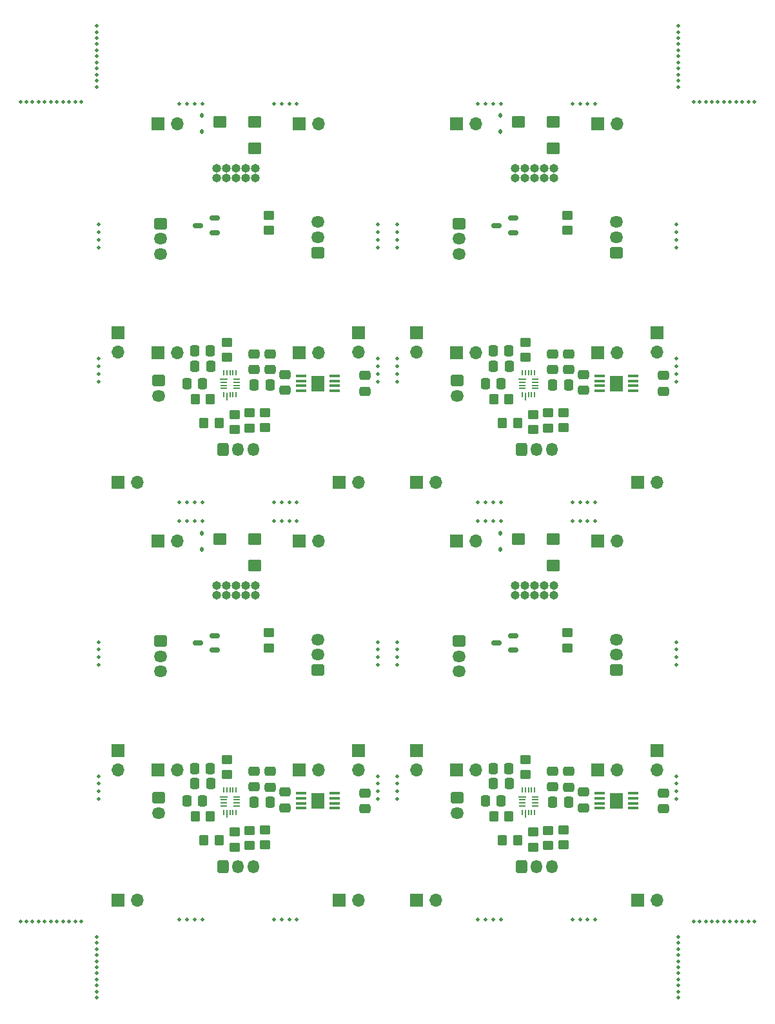
<source format=gbr>
%TF.GenerationSoftware,KiCad,Pcbnew,9.0.1*%
%TF.CreationDate,2025-05-14T16:36:13-05:00*%
%TF.ProjectId,Bottom_layer_Panel,426f7474-6f6d-45f6-9c61-7965725f5061,rev?*%
%TF.SameCoordinates,PX5fa74e0PY8cc3280*%
%TF.FileFunction,Soldermask,Top*%
%TF.FilePolarity,Negative*%
%FSLAX46Y46*%
G04 Gerber Fmt 4.6, Leading zero omitted, Abs format (unit mm)*
G04 Created by KiCad (PCBNEW 9.0.1) date 2025-05-14 16:36:13*
%MOMM*%
%LPD*%
G01*
G04 APERTURE LIST*
G04 Aperture macros list*
%AMRoundRect*
0 Rectangle with rounded corners*
0 $1 Rounding radius*
0 $2 $3 $4 $5 $6 $7 $8 $9 X,Y pos of 4 corners*
0 Add a 4 corners polygon primitive as box body*
4,1,4,$2,$3,$4,$5,$6,$7,$8,$9,$2,$3,0*
0 Add four circle primitives for the rounded corners*
1,1,$1+$1,$2,$3*
1,1,$1+$1,$4,$5*
1,1,$1+$1,$6,$7*
1,1,$1+$1,$8,$9*
0 Add four rect primitives between the rounded corners*
20,1,$1+$1,$2,$3,$4,$5,0*
20,1,$1+$1,$4,$5,$6,$7,0*
20,1,$1+$1,$6,$7,$8,$9,0*
20,1,$1+$1,$8,$9,$2,$3,0*%
G04 Aperture macros list end*
%ADD10C,0.500000*%
%ADD11RoundRect,0.312500X-0.562500X0.437500X-0.562500X-0.437500X0.562500X-0.437500X0.562500X0.437500X0*%
%ADD12O,1.750000X1.500000*%
%ADD13RoundRect,0.250000X-0.450000X0.350000X-0.450000X-0.350000X0.450000X-0.350000X0.450000X0.350000X0*%
%ADD14R,1.700000X1.700000*%
%ADD15O,1.700000X1.700000*%
%ADD16RoundRect,0.312500X0.562500X-0.437500X0.562500X0.437500X-0.562500X0.437500X-0.562500X-0.437500X0*%
%ADD17RoundRect,0.250000X0.337500X0.475000X-0.337500X0.475000X-0.337500X-0.475000X0.337500X-0.475000X0*%
%ADD18R,0.990600X0.203200*%
%ADD19R,0.889000X0.203200*%
%ADD20R,0.203200X0.711200*%
%ADD21R,0.203200X1.111200*%
%ADD22RoundRect,0.250000X-0.350000X-0.450000X0.350000X-0.450000X0.350000X0.450000X-0.350000X0.450000X0*%
%ADD23RoundRect,0.112500X-0.112500X0.187500X-0.112500X-0.187500X0.112500X-0.187500X0.112500X0.187500X0*%
%ADD24RoundRect,0.312500X-0.437500X-0.562500X0.437500X-0.562500X0.437500X0.562500X-0.437500X0.562500X0*%
%ADD25O,1.500000X1.750000*%
%ADD26RoundRect,0.250000X0.475000X-0.337500X0.475000X0.337500X-0.475000X0.337500X-0.475000X-0.337500X0*%
%ADD27RoundRect,0.250000X0.450000X-0.350000X0.450000X0.350000X-0.450000X0.350000X-0.450000X-0.350000X0*%
%ADD28RoundRect,0.102000X-0.750000X0.650000X-0.750000X-0.650000X0.750000X-0.650000X0.750000X0.650000X0*%
%ADD29R,1.425000X0.450000*%
%ADD30R,1.700000X2.000000*%
%ADD31RoundRect,0.250000X-0.475000X0.337500X-0.475000X-0.337500X0.475000X-0.337500X0.475000X0.337500X0*%
%ADD32RoundRect,0.250000X0.350000X0.450000X-0.350000X0.450000X-0.350000X-0.450000X0.350000X-0.450000X0*%
%ADD33RoundRect,0.250000X-0.337500X-0.475000X0.337500X-0.475000X0.337500X0.475000X-0.337500X0.475000X0*%
%ADD34RoundRect,0.150000X0.512500X0.150000X-0.512500X0.150000X-0.512500X-0.150000X0.512500X-0.150000X0*%
%ADD35O,1.150000X1.150000*%
G04 APERTURE END LIST*
D10*
%TO.C,KiKit_MB_14_4*%
X75500000Y117350000D03*
%TD*%
%TO.C,KiKit_MB_19_2*%
X46950000Y45700000D03*
%TD*%
%TO.C,KiKit_MB_31_1*%
X63100000Y10250000D03*
%TD*%
%TO.C,KiKit_MB_35_6*%
X10000000Y4000000D03*
%TD*%
%TO.C,KiKit_MB_31_4*%
X60100000Y10250000D03*
%TD*%
D11*
%TO.C,J17*%
X18430000Y101640000D03*
D12*
X18430000Y99640000D03*
X18430000Y97640000D03*
%TD*%
D10*
%TO.C,KiKit_MB_26_1*%
X49450000Y26100000D03*
%TD*%
D13*
%TO.C,R7*%
X71845000Y102740000D03*
X71845000Y100740000D03*
%TD*%
D11*
%TO.C,J21*%
X18150000Y81040000D03*
D12*
X18150000Y79040000D03*
%TD*%
D10*
%TO.C,KiKit_MB_9_2*%
X49450000Y99500000D03*
%TD*%
%TO.C,KiKit_MB_3_2*%
X46950000Y100500000D03*
%TD*%
D14*
%TO.C,J19*%
X83570000Y87270000D03*
D15*
X83570000Y84730000D03*
%TD*%
D14*
%TO.C,J10*%
X57240000Y114760000D03*
D15*
X59780000Y114760000D03*
%TD*%
D10*
%TO.C,KiKit_MB_6_1*%
X33300000Y117350000D03*
%TD*%
%TO.C,KiKit_MB_36_2*%
X86400000Y7200000D03*
%TD*%
D14*
%TO.C,J11*%
X75840000Y59960000D03*
D15*
X78380000Y59960000D03*
%TD*%
D10*
%TO.C,KiKit_MB_36_10*%
X86400000Y800000D03*
%TD*%
%TO.C,KiKit_MB_13_1*%
X60100000Y117350000D03*
%TD*%
%TO.C,KiKit_MB_5_1*%
X20900000Y117350000D03*
%TD*%
D13*
%TO.C,R5*%
X66350000Y31280000D03*
X66350000Y29280000D03*
%TD*%
D10*
%TO.C,KiKit_MB_17_1*%
X10250000Y43700000D03*
%TD*%
D16*
%TO.C,J16*%
X39030000Y43050000D03*
D12*
X39030000Y45050000D03*
X39030000Y47050000D03*
%TD*%
D10*
%TO.C,KiKit_MB_32_4*%
X72500000Y10250000D03*
%TD*%
%TO.C,KiKit_MB_17_2*%
X10250000Y44700000D03*
%TD*%
D11*
%TO.C,J21*%
X57350000Y26240000D03*
D12*
X57350000Y24240000D03*
%TD*%
D10*
%TO.C,KiKit_MB_33_6*%
X10000000Y123600000D03*
%TD*%
D11*
%TO.C,J17*%
X18430000Y46840000D03*
D12*
X18430000Y44840000D03*
X18430000Y42840000D03*
%TD*%
D10*
%TO.C,KiKit_MB_10_3*%
X49450000Y82900000D03*
%TD*%
%TO.C,KiKit_MB_2_1*%
X10250000Y80900000D03*
%TD*%
%TO.C,KiKit_MB_37_7*%
X4800000Y117600000D03*
%TD*%
%TO.C,KiKit_MB_29_4*%
X63100000Y62550000D03*
%TD*%
D17*
%TO.C,C23*%
X23950000Y80620000D03*
X21875000Y80620000D03*
%TD*%
D10*
%TO.C,KiKit_MB_21_1*%
X20900000Y62550000D03*
%TD*%
%TO.C,KiKit_MB_9_4*%
X49450000Y101500000D03*
%TD*%
%TO.C,KiKit_MB_11_1*%
X86150000Y101500000D03*
%TD*%
%TO.C,KiKit_MB_35_1*%
X10000000Y8000000D03*
%TD*%
%TO.C,KiKit_MB_21_3*%
X22900000Y62550000D03*
%TD*%
%TO.C,KiKit_MB_8_1*%
X36300000Y65050000D03*
%TD*%
%TO.C,KiKit_MB_34_10*%
X86400000Y120400000D03*
%TD*%
%TO.C,KiKit_MB_28_2*%
X86150000Y28100000D03*
%TD*%
D14*
%TO.C,J19*%
X44370000Y87270000D03*
D15*
X44370000Y84730000D03*
%TD*%
D10*
%TO.C,KiKit_MB_8_2*%
X35300000Y65050000D03*
%TD*%
%TO.C,KiKit_MB_39_2*%
X89200000Y117600000D03*
%TD*%
D18*
%TO.C,U6*%
X65930998Y81190000D03*
D19*
X65879998Y80790001D03*
X65879998Y80390001D03*
X65879998Y79990002D03*
D20*
X65929998Y79140001D03*
D21*
X66330000Y78940001D03*
D20*
X66729999Y79140001D03*
X67129998Y79140001D03*
X67530000Y79140001D03*
D19*
X67580000Y79990002D03*
X67580000Y80390001D03*
X67580000Y80790001D03*
X67580000Y81190000D03*
D20*
X67530000Y82040001D03*
X67129998Y82040001D03*
X66729999Y82040001D03*
X66330000Y82040001D03*
X65929998Y82040001D03*
%TD*%
D10*
%TO.C,KiKit_MB_37_5*%
X3200000Y117600000D03*
%TD*%
D17*
%TO.C,C20*%
X64200000Y28110000D03*
X62125000Y28110000D03*
%TD*%
D10*
%TO.C,KiKit_MB_7_4*%
X20900000Y65050000D03*
%TD*%
%TO.C,KiKit_MB_5_3*%
X22900000Y117350000D03*
%TD*%
D22*
%TO.C,R6*%
X22970000Y23830000D03*
X24970000Y23830000D03*
%TD*%
D23*
%TO.C,D7*%
X23815000Y61000000D03*
X23815000Y58900000D03*
%TD*%
D10*
%TO.C,KiKit_MB_32_2*%
X74500000Y10250000D03*
%TD*%
D24*
%TO.C,J20*%
X65800000Y17190000D03*
D25*
X67800000Y17190000D03*
X69800000Y17190000D03*
%TD*%
D26*
%TO.C,C18*%
X69890000Y27670000D03*
X69890000Y29745000D03*
%TD*%
D10*
%TO.C,KiKit_MB_24_2*%
X35300000Y10250000D03*
%TD*%
%TO.C,KiKit_MB_29_2*%
X61100000Y62550000D03*
%TD*%
%TO.C,KiKit_MB_6_2*%
X34300000Y117350000D03*
%TD*%
D27*
%TO.C,R4*%
X28145000Y74580000D03*
X28145000Y76580000D03*
%TD*%
D10*
%TO.C,KiKit_MB_8_3*%
X34300000Y65050000D03*
%TD*%
D27*
%TO.C,R4*%
X67345000Y19780000D03*
X67345000Y21780000D03*
%TD*%
D24*
%TO.C,J20*%
X26600000Y17190000D03*
D25*
X28600000Y17190000D03*
X30600000Y17190000D03*
%TD*%
D14*
%TO.C,J14*%
X57240000Y29920000D03*
D15*
X59780000Y29920000D03*
%TD*%
D10*
%TO.C,KiKit_MB_4_3*%
X46950000Y81900000D03*
%TD*%
%TO.C,KiKit_MB_15_4*%
X60100000Y65050000D03*
%TD*%
%TO.C,KiKit_MB_37_3*%
X1600000Y117600000D03*
%TD*%
D16*
%TO.C,J16*%
X39030000Y97850000D03*
D12*
X39030000Y99850000D03*
X39030000Y101850000D03*
%TD*%
D10*
%TO.C,KiKit_MB_22_3*%
X35300000Y62550000D03*
%TD*%
%TO.C,KiKit_MB_39_9*%
X94800000Y117600000D03*
%TD*%
D26*
%TO.C,C16*%
X84480000Y79622500D03*
X84480000Y81697500D03*
%TD*%
D10*
%TO.C,KiKit_MB_40_10*%
X95600000Y10000000D03*
%TD*%
%TO.C,KiKit_MB_34_5*%
X86400000Y124400000D03*
%TD*%
%TO.C,KiKit_MB_16_3*%
X73500000Y65050000D03*
%TD*%
%TO.C,KiKit_MB_1_1*%
X10250000Y98500000D03*
%TD*%
%TO.C,KiKit_MB_37_10*%
X7200000Y117600000D03*
%TD*%
%TO.C,KiKit_MB_35_5*%
X10000000Y4800000D03*
%TD*%
%TO.C,KiKit_MB_18_2*%
X10250000Y27100000D03*
%TD*%
%TO.C,KiKit_MB_12_1*%
X86150000Y83900000D03*
%TD*%
%TO.C,KiKit_MB_23_2*%
X22900000Y10250000D03*
%TD*%
D28*
%TO.C,LS1*%
X30735000Y56710000D03*
X26235000Y60210000D03*
X30735000Y60210000D03*
%TD*%
D10*
%TO.C,KiKit_MB_17_3*%
X10250000Y45700000D03*
%TD*%
%TO.C,KiKit_MB_36_7*%
X86400000Y3200000D03*
%TD*%
D29*
%TO.C,IC1*%
X36843000Y81635000D03*
X36843000Y80985000D03*
X36843000Y80335000D03*
X36843000Y79685000D03*
X41267000Y79685000D03*
X41267000Y80335000D03*
X41267000Y80985000D03*
X41267000Y81635000D03*
D30*
X39055000Y80660000D03*
%TD*%
D17*
%TO.C,C23*%
X63150000Y25820000D03*
X61075000Y25820000D03*
%TD*%
%TO.C,C23*%
X63150000Y80620000D03*
X61075000Y80620000D03*
%TD*%
D11*
%TO.C,J21*%
X57350000Y81040000D03*
D12*
X57350000Y79040000D03*
%TD*%
D10*
%TO.C,KiKit_MB_38_3*%
X1600000Y10000000D03*
%TD*%
%TO.C,KiKit_MB_36_1*%
X86400000Y8000000D03*
%TD*%
D14*
%TO.C,J15*%
X75840000Y84720000D03*
D15*
X78380000Y84720000D03*
%TD*%
D10*
%TO.C,KiKit_MB_39_11*%
X96400000Y117600000D03*
%TD*%
%TO.C,KiKit_MB_34_8*%
X86400000Y122000000D03*
%TD*%
%TO.C,KiKit_MB_12_4*%
X86150000Y80900000D03*
%TD*%
%TO.C,KiKit_MB_36_9*%
X86400000Y1600000D03*
%TD*%
%TO.C,KiKit_MB_39_4*%
X90800000Y117600000D03*
%TD*%
%TO.C,KiKit_MB_18_4*%
X10250000Y29100000D03*
%TD*%
%TO.C,KiKit_MB_10_4*%
X49450000Y83900000D03*
%TD*%
D26*
%TO.C,C18*%
X30690000Y27670000D03*
X30690000Y29745000D03*
%TD*%
D10*
%TO.C,KiKit_MB_6_3*%
X35300000Y117350000D03*
%TD*%
%TO.C,KiKit_MB_5_2*%
X21900000Y117350000D03*
%TD*%
D13*
%TO.C,R5*%
X66350000Y86080000D03*
X66350000Y84080000D03*
%TD*%
D10*
%TO.C,KiKit_MB_38_10*%
X7200000Y10000000D03*
%TD*%
%TO.C,KiKit_MB_8_4*%
X33300000Y65050000D03*
%TD*%
%TO.C,KiKit_MB_23_4*%
X20900000Y10250000D03*
%TD*%
D14*
%TO.C,J19*%
X83570000Y32470000D03*
D15*
X83570000Y29930000D03*
%TD*%
D10*
%TO.C,KiKit_MB_20_3*%
X46950000Y27100000D03*
%TD*%
D22*
%TO.C,R6*%
X62170000Y23830000D03*
X64170000Y23830000D03*
%TD*%
D10*
%TO.C,KiKit_MB_10_2*%
X49450000Y81900000D03*
%TD*%
D17*
%TO.C,C22*%
X24970000Y84900000D03*
X22895000Y84900000D03*
%TD*%
D26*
%TO.C,C19*%
X71970000Y82460000D03*
X71970000Y84535000D03*
%TD*%
D17*
%TO.C,C22*%
X24970000Y30100000D03*
X22895000Y30100000D03*
%TD*%
D31*
%TO.C,C15*%
X73980000Y27007500D03*
X73980000Y24932500D03*
%TD*%
D10*
%TO.C,KiKit_MB_3_4*%
X46950000Y98500000D03*
%TD*%
%TO.C,KiKit_MB_39_1*%
X88400000Y117600000D03*
%TD*%
%TO.C,KiKit_MB_40_1*%
X88400000Y10000000D03*
%TD*%
D32*
%TO.C,R3*%
X26105000Y75470000D03*
X24105000Y75470000D03*
%TD*%
D10*
%TO.C,KiKit_MB_2_2*%
X10250000Y81900000D03*
%TD*%
D13*
%TO.C,R7*%
X32645000Y47940000D03*
X32645000Y45940000D03*
%TD*%
D14*
%TO.C,J13*%
X81030000Y67635000D03*
D15*
X83570000Y67635000D03*
%TD*%
D10*
%TO.C,KiKit_MB_33_7*%
X10000000Y122800000D03*
%TD*%
%TO.C,KiKit_MB_25_1*%
X49450000Y43700000D03*
%TD*%
D23*
%TO.C,D7*%
X23815000Y115800000D03*
X23815000Y113700000D03*
%TD*%
D14*
%TO.C,J10*%
X57240000Y59960000D03*
D15*
X59780000Y59960000D03*
%TD*%
D10*
%TO.C,KiKit_MB_30_2*%
X73500000Y62550000D03*
%TD*%
%TO.C,KiKit_MB_4_4*%
X46950000Y80900000D03*
%TD*%
D14*
%TO.C,J14*%
X18040000Y84720000D03*
D15*
X20580000Y84720000D03*
%TD*%
D28*
%TO.C,LS1*%
X69935000Y111510000D03*
X65435000Y115010000D03*
X69935000Y115010000D03*
%TD*%
D13*
%TO.C,R1*%
X71300000Y22050000D03*
X71300000Y20050000D03*
%TD*%
D11*
%TO.C,J17*%
X57630000Y46840000D03*
D12*
X57630000Y44840000D03*
X57630000Y42840000D03*
%TD*%
D13*
%TO.C,R2*%
X69320000Y21970000D03*
X69320000Y19970000D03*
%TD*%
D17*
%TO.C,C22*%
X64170000Y30100000D03*
X62095000Y30100000D03*
%TD*%
D10*
%TO.C,KiKit_MB_36_4*%
X86400000Y5600000D03*
%TD*%
D14*
%TO.C,J14*%
X18040000Y29920000D03*
D15*
X20580000Y29920000D03*
%TD*%
D10*
%TO.C,KiKit_MB_14_3*%
X74500000Y117350000D03*
%TD*%
%TO.C,KiKit_MB_38_1*%
X0Y10000000D03*
%TD*%
D17*
%TO.C,C23*%
X23950000Y25820000D03*
X21875000Y25820000D03*
%TD*%
D10*
%TO.C,KiKit_MB_16_2*%
X74500000Y65050000D03*
%TD*%
D28*
%TO.C,LS1*%
X30735000Y111510000D03*
X26235000Y115010000D03*
X30735000Y115010000D03*
%TD*%
D18*
%TO.C,U6*%
X26730998Y26390000D03*
D19*
X26679998Y25990001D03*
X26679998Y25590001D03*
X26679998Y25190002D03*
D20*
X26729998Y24340001D03*
D21*
X27130000Y24140001D03*
D20*
X27529999Y24340001D03*
X27929998Y24340001D03*
X28330000Y24340001D03*
D19*
X28380000Y25190002D03*
X28380000Y25590001D03*
X28380000Y25990001D03*
X28380000Y26390000D03*
D20*
X28330000Y27240001D03*
X27929998Y27240001D03*
X27529999Y27240001D03*
X27130000Y27240001D03*
X26729998Y27240001D03*
%TD*%
D13*
%TO.C,R5*%
X27150000Y86080000D03*
X27150000Y84080000D03*
%TD*%
D10*
%TO.C,KiKit_MB_38_9*%
X6400000Y10000000D03*
%TD*%
%TO.C,KiKit_MB_18_3*%
X10250000Y28100000D03*
%TD*%
%TO.C,KiKit_MB_38_6*%
X4000000Y10000000D03*
%TD*%
D13*
%TO.C,R1*%
X32100000Y22050000D03*
X32100000Y20050000D03*
%TD*%
D14*
%TO.C,J14*%
X57240000Y84720000D03*
D15*
X59780000Y84720000D03*
%TD*%
D10*
%TO.C,KiKit_MB_20_2*%
X46950000Y28100000D03*
%TD*%
%TO.C,KiKit_MB_34_1*%
X86400000Y127600000D03*
%TD*%
D14*
%TO.C,J13*%
X41830000Y12835000D03*
D15*
X44370000Y12835000D03*
%TD*%
D10*
%TO.C,KiKit_MB_35_4*%
X10000000Y5600000D03*
%TD*%
%TO.C,KiKit_MB_36_5*%
X86400000Y4800000D03*
%TD*%
%TO.C,KiKit_MB_34_2*%
X86400000Y126800000D03*
%TD*%
%TO.C,KiKit_MB_35_7*%
X10000000Y3200000D03*
%TD*%
%TO.C,KiKit_MB_27_4*%
X86150000Y43700000D03*
%TD*%
%TO.C,KiKit_MB_24_1*%
X36300000Y10250000D03*
%TD*%
D29*
%TO.C,IC1*%
X76043000Y26835000D03*
X76043000Y26185000D03*
X76043000Y25535000D03*
X76043000Y24885000D03*
X80467000Y24885000D03*
X80467000Y25535000D03*
X80467000Y26185000D03*
X80467000Y26835000D03*
D30*
X78255000Y25860000D03*
%TD*%
D13*
%TO.C,R7*%
X32645000Y102740000D03*
X32645000Y100740000D03*
%TD*%
D26*
%TO.C,C19*%
X71970000Y27660000D03*
X71970000Y29735000D03*
%TD*%
D10*
%TO.C,KiKit_MB_2_4*%
X10250000Y83900000D03*
%TD*%
%TO.C,KiKit_MB_34_6*%
X86400000Y123600000D03*
%TD*%
%TO.C,KiKit_MB_13_4*%
X63100000Y117350000D03*
%TD*%
%TO.C,KiKit_MB_17_4*%
X10250000Y46700000D03*
%TD*%
D13*
%TO.C,R2*%
X69320000Y76770000D03*
X69320000Y74770000D03*
%TD*%
D10*
%TO.C,KiKit_MB_25_2*%
X49450000Y44700000D03*
%TD*%
D14*
%TO.C,J15*%
X75840000Y29920000D03*
D15*
X78380000Y29920000D03*
%TD*%
D22*
%TO.C,R6*%
X22970000Y78630000D03*
X24970000Y78630000D03*
%TD*%
D10*
%TO.C,KiKit_MB_33_2*%
X10000000Y126800000D03*
%TD*%
%TO.C,KiKit_MB_21_4*%
X23900000Y62550000D03*
%TD*%
D14*
%TO.C,J12*%
X12830000Y12830000D03*
D15*
X15370000Y12830000D03*
%TD*%
D23*
%TO.C,D7*%
X63015000Y115800000D03*
X63015000Y113700000D03*
%TD*%
D10*
%TO.C,KiKit_MB_29_1*%
X60100000Y62550000D03*
%TD*%
%TO.C,KiKit_MB_39_10*%
X95600000Y117600000D03*
%TD*%
%TO.C,KiKit_MB_34_4*%
X86400000Y125200000D03*
%TD*%
%TO.C,KiKit_MB_37_8*%
X5600000Y117600000D03*
%TD*%
D17*
%TO.C,C22*%
X64170000Y84900000D03*
X62095000Y84900000D03*
%TD*%
D10*
%TO.C,KiKit_MB_18_1*%
X10250000Y26100000D03*
%TD*%
%TO.C,KiKit_MB_26_4*%
X49450000Y29100000D03*
%TD*%
%TO.C,KiKit_MB_14_1*%
X72500000Y117350000D03*
%TD*%
D14*
%TO.C,J10*%
X18040000Y114760000D03*
D15*
X20580000Y114760000D03*
%TD*%
D26*
%TO.C,C16*%
X45280000Y24822500D03*
X45280000Y26897500D03*
%TD*%
D10*
%TO.C,KiKit_MB_33_9*%
X10000000Y121200000D03*
%TD*%
D26*
%TO.C,C19*%
X32770000Y82460000D03*
X32770000Y84535000D03*
%TD*%
D10*
%TO.C,KiKit_MB_35_8*%
X10000000Y2400000D03*
%TD*%
%TO.C,KiKit_MB_29_3*%
X62100000Y62550000D03*
%TD*%
D14*
%TO.C,J11*%
X75840000Y114760000D03*
D15*
X78380000Y114760000D03*
%TD*%
D14*
%TO.C,J15*%
X36640000Y29920000D03*
D15*
X39180000Y29920000D03*
%TD*%
D14*
%TO.C,J18*%
X52015000Y32470000D03*
D15*
X52015000Y29930000D03*
%TD*%
D10*
%TO.C,KiKit_MB_33_4*%
X10000000Y125200000D03*
%TD*%
%TO.C,KiKit_MB_24_4*%
X33300000Y10250000D03*
%TD*%
D14*
%TO.C,J13*%
X81030000Y12835000D03*
D15*
X83570000Y12835000D03*
%TD*%
D10*
%TO.C,KiKit_MB_22_4*%
X36300000Y62550000D03*
%TD*%
%TO.C,KiKit_MB_35_2*%
X10000000Y7200000D03*
%TD*%
%TO.C,KiKit_MB_28_4*%
X86150000Y26100000D03*
%TD*%
%TO.C,KiKit_MB_4_1*%
X46950000Y83900000D03*
%TD*%
%TO.C,KiKit_MB_37_9*%
X6400000Y117600000D03*
%TD*%
D26*
%TO.C,C18*%
X69890000Y82470000D03*
X69890000Y84545000D03*
%TD*%
D10*
%TO.C,KiKit_MB_40_8*%
X94000000Y10000000D03*
%TD*%
%TO.C,KiKit_MB_22_2*%
X34300000Y62550000D03*
%TD*%
%TO.C,KiKit_MB_35_11*%
X10000000Y0D03*
%TD*%
D11*
%TO.C,J21*%
X18150000Y26240000D03*
D12*
X18150000Y24240000D03*
%TD*%
D10*
%TO.C,KiKit_MB_15_3*%
X61100000Y65050000D03*
%TD*%
%TO.C,KiKit_MB_7_1*%
X23900000Y65050000D03*
%TD*%
D14*
%TO.C,J10*%
X18040000Y59960000D03*
D15*
X20580000Y59960000D03*
%TD*%
D13*
%TO.C,R7*%
X71845000Y47940000D03*
X71845000Y45940000D03*
%TD*%
D10*
%TO.C,KiKit_MB_34_11*%
X86400000Y119600000D03*
%TD*%
%TO.C,KiKit_MB_15_2*%
X62100000Y65050000D03*
%TD*%
%TO.C,KiKit_MB_37_11*%
X8000000Y117600000D03*
%TD*%
D14*
%TO.C,J18*%
X12815000Y32470000D03*
D15*
X12815000Y29930000D03*
%TD*%
D10*
%TO.C,KiKit_MB_37_4*%
X2400000Y117600000D03*
%TD*%
D24*
%TO.C,J20*%
X65800000Y71990000D03*
D25*
X67800000Y71990000D03*
X69800000Y71990000D03*
%TD*%
D10*
%TO.C,KiKit_MB_30_1*%
X72500000Y62550000D03*
%TD*%
%TO.C,KiKit_MB_39_8*%
X94000000Y117600000D03*
%TD*%
%TO.C,KiKit_MB_30_3*%
X74500000Y62550000D03*
%TD*%
D32*
%TO.C,R3*%
X65305000Y75470000D03*
X63305000Y75470000D03*
%TD*%
D10*
%TO.C,KiKit_MB_12_2*%
X86150000Y82900000D03*
%TD*%
%TO.C,KiKit_MB_37_6*%
X4000000Y117600000D03*
%TD*%
D33*
%TO.C,C21*%
X69905000Y25680000D03*
X71980000Y25680000D03*
%TD*%
D10*
%TO.C,KiKit_MB_16_4*%
X72500000Y65050000D03*
%TD*%
%TO.C,KiKit_MB_24_3*%
X34300000Y10250000D03*
%TD*%
%TO.C,KiKit_MB_21_2*%
X21900000Y62550000D03*
%TD*%
%TO.C,KiKit_MB_34_3*%
X86400000Y126000000D03*
%TD*%
%TO.C,KiKit_MB_33_3*%
X10000000Y126000000D03*
%TD*%
%TO.C,KiKit_MB_15_1*%
X63100000Y65050000D03*
%TD*%
%TO.C,KiKit_MB_22_1*%
X33300000Y62550000D03*
%TD*%
%TO.C,KiKit_MB_19_3*%
X46950000Y44700000D03*
%TD*%
%TO.C,KiKit_MB_39_7*%
X93200000Y117600000D03*
%TD*%
%TO.C,KiKit_MB_1_2*%
X10250000Y99500000D03*
%TD*%
%TO.C,KiKit_MB_40_5*%
X91600000Y10000000D03*
%TD*%
D34*
%TO.C,Q1*%
X64755000Y100440000D03*
X64755000Y102340000D03*
X62480000Y101390000D03*
%TD*%
D10*
%TO.C,KiKit_MB_40_2*%
X89200000Y10000000D03*
%TD*%
%TO.C,KiKit_MB_40_7*%
X93200000Y10000000D03*
%TD*%
%TO.C,KiKit_MB_33_11*%
X10000000Y119600000D03*
%TD*%
%TO.C,KiKit_MB_11_3*%
X86150000Y99500000D03*
%TD*%
%TO.C,KiKit_MB_3_1*%
X46950000Y101500000D03*
%TD*%
%TO.C,KiKit_MB_27_2*%
X86150000Y45700000D03*
%TD*%
%TO.C,KiKit_MB_7_3*%
X21900000Y65050000D03*
%TD*%
%TO.C,KiKit_MB_36_3*%
X86400000Y6400000D03*
%TD*%
D22*
%TO.C,R6*%
X62170000Y78630000D03*
X64170000Y78630000D03*
%TD*%
D10*
%TO.C,KiKit_MB_35_10*%
X10000000Y800000D03*
%TD*%
D33*
%TO.C,C21*%
X69905000Y80480000D03*
X71980000Y80480000D03*
%TD*%
D14*
%TO.C,J18*%
X12815000Y87270000D03*
D15*
X12815000Y84730000D03*
%TD*%
D14*
%TO.C,J15*%
X36640000Y84720000D03*
D15*
X39180000Y84720000D03*
%TD*%
D10*
%TO.C,KiKit_MB_35_3*%
X10000000Y6400000D03*
%TD*%
%TO.C,KiKit_MB_27_1*%
X86150000Y46700000D03*
%TD*%
D17*
%TO.C,C20*%
X25000000Y28110000D03*
X22925000Y28110000D03*
%TD*%
D10*
%TO.C,KiKit_MB_20_4*%
X46950000Y26100000D03*
%TD*%
%TO.C,KiKit_MB_6_4*%
X36300000Y117350000D03*
%TD*%
%TO.C,KiKit_MB_31_3*%
X61100000Y10250000D03*
%TD*%
D34*
%TO.C,Q1*%
X25555000Y100440000D03*
X25555000Y102340000D03*
X23280000Y101390000D03*
%TD*%
D10*
%TO.C,KiKit_MB_25_4*%
X49450000Y46700000D03*
%TD*%
%TO.C,KiKit_MB_31_2*%
X62100000Y10250000D03*
%TD*%
D34*
%TO.C,Q1*%
X64755000Y45640000D03*
X64755000Y47540000D03*
X62480000Y46590000D03*
%TD*%
D10*
%TO.C,KiKit_MB_10_1*%
X49450000Y80900000D03*
%TD*%
D13*
%TO.C,R2*%
X30120000Y76770000D03*
X30120000Y74770000D03*
%TD*%
D26*
%TO.C,C16*%
X45280000Y79622500D03*
X45280000Y81697500D03*
%TD*%
D14*
%TO.C,J13*%
X41830000Y67635000D03*
D15*
X44370000Y67635000D03*
%TD*%
D10*
%TO.C,KiKit_MB_26_3*%
X49450000Y28100000D03*
%TD*%
%TO.C,KiKit_MB_4_2*%
X46950000Y82900000D03*
%TD*%
%TO.C,KiKit_MB_37_2*%
X800000Y117600000D03*
%TD*%
%TO.C,KiKit_MB_38_4*%
X2400000Y10000000D03*
%TD*%
D27*
%TO.C,R4*%
X67345000Y74580000D03*
X67345000Y76580000D03*
%TD*%
D10*
%TO.C,KiKit_MB_33_5*%
X10000000Y124400000D03*
%TD*%
%TO.C,KiKit_MB_27_3*%
X86150000Y44700000D03*
%TD*%
%TO.C,KiKit_MB_37_1*%
X0Y117600000D03*
%TD*%
D14*
%TO.C,J11*%
X36640000Y114760000D03*
D15*
X39180000Y114760000D03*
%TD*%
D33*
%TO.C,C21*%
X30705000Y80480000D03*
X32780000Y80480000D03*
%TD*%
D10*
%TO.C,KiKit_MB_40_9*%
X94800000Y10000000D03*
%TD*%
%TO.C,KiKit_MB_32_1*%
X75500000Y10250000D03*
%TD*%
D32*
%TO.C,R3*%
X65305000Y20670000D03*
X63305000Y20670000D03*
%TD*%
D10*
%TO.C,KiKit_MB_11_4*%
X86150000Y98500000D03*
%TD*%
%TO.C,KiKit_MB_14_2*%
X73500000Y117350000D03*
%TD*%
%TO.C,KiKit_MB_3_3*%
X46950000Y99500000D03*
%TD*%
%TO.C,KiKit_MB_12_3*%
X86150000Y81900000D03*
%TD*%
%TO.C,KiKit_MB_32_3*%
X73500000Y10250000D03*
%TD*%
D13*
%TO.C,R1*%
X32100000Y76850000D03*
X32100000Y74850000D03*
%TD*%
D32*
%TO.C,R3*%
X26105000Y20670000D03*
X24105000Y20670000D03*
%TD*%
D10*
%TO.C,KiKit_MB_34_9*%
X86400000Y121200000D03*
%TD*%
%TO.C,KiKit_MB_28_1*%
X86150000Y29100000D03*
%TD*%
%TO.C,KiKit_MB_38_8*%
X5600000Y10000000D03*
%TD*%
D34*
%TO.C,Q1*%
X25555000Y45640000D03*
X25555000Y47540000D03*
X23280000Y46590000D03*
%TD*%
D10*
%TO.C,KiKit_MB_20_1*%
X46950000Y29100000D03*
%TD*%
%TO.C,KiKit_MB_39_6*%
X92400000Y117600000D03*
%TD*%
%TO.C,KiKit_MB_9_1*%
X49450000Y98500000D03*
%TD*%
%TO.C,KiKit_MB_13_3*%
X62100000Y117350000D03*
%TD*%
%TO.C,KiKit_MB_9_3*%
X49450000Y100500000D03*
%TD*%
D24*
%TO.C,J20*%
X26600000Y71990000D03*
D25*
X28600000Y71990000D03*
X30600000Y71990000D03*
%TD*%
D13*
%TO.C,R5*%
X27150000Y31280000D03*
X27150000Y29280000D03*
%TD*%
D10*
%TO.C,KiKit_MB_38_11*%
X8000000Y10000000D03*
%TD*%
%TO.C,KiKit_MB_1_3*%
X10250000Y100500000D03*
%TD*%
%TO.C,KiKit_MB_34_7*%
X86400000Y122800000D03*
%TD*%
D26*
%TO.C,C19*%
X32770000Y27660000D03*
X32770000Y29735000D03*
%TD*%
D31*
%TO.C,C15*%
X34780000Y81807500D03*
X34780000Y79732500D03*
%TD*%
D10*
%TO.C,KiKit_MB_28_3*%
X86150000Y27100000D03*
%TD*%
D28*
%TO.C,LS1*%
X69935000Y56710000D03*
X65435000Y60210000D03*
X69935000Y60210000D03*
%TD*%
D13*
%TO.C,R1*%
X71300000Y76850000D03*
X71300000Y74850000D03*
%TD*%
D10*
%TO.C,KiKit_MB_36_8*%
X86400000Y2400000D03*
%TD*%
D23*
%TO.C,D7*%
X63015000Y61000000D03*
X63015000Y58900000D03*
%TD*%
D14*
%TO.C,J12*%
X52030000Y12830000D03*
D15*
X54570000Y12830000D03*
%TD*%
D10*
%TO.C,KiKit_MB_13_2*%
X61100000Y117350000D03*
%TD*%
D14*
%TO.C,J12*%
X52030000Y67630000D03*
D15*
X54570000Y67630000D03*
%TD*%
D16*
%TO.C,J16*%
X78230000Y43050000D03*
D12*
X78230000Y45050000D03*
X78230000Y47050000D03*
%TD*%
D26*
%TO.C,C16*%
X84480000Y24822500D03*
X84480000Y26897500D03*
%TD*%
D10*
%TO.C,KiKit_MB_30_4*%
X75500000Y62550000D03*
%TD*%
D14*
%TO.C,J11*%
X36640000Y59960000D03*
D15*
X39180000Y59960000D03*
%TD*%
D31*
%TO.C,C15*%
X34780000Y27007500D03*
X34780000Y24932500D03*
%TD*%
D14*
%TO.C,J19*%
X44370000Y32470000D03*
D15*
X44370000Y29930000D03*
%TD*%
D13*
%TO.C,R2*%
X30120000Y21970000D03*
X30120000Y19970000D03*
%TD*%
D18*
%TO.C,U6*%
X65930998Y26390000D03*
D19*
X65879998Y25990001D03*
X65879998Y25590001D03*
X65879998Y25190002D03*
D20*
X65929998Y24340001D03*
D21*
X66330000Y24140001D03*
D20*
X66729999Y24340001D03*
X67129998Y24340001D03*
X67530000Y24340001D03*
D19*
X67580000Y25190002D03*
X67580000Y25590001D03*
X67580000Y25990001D03*
X67580000Y26390000D03*
D20*
X67530000Y27240001D03*
X67129998Y27240001D03*
X66729999Y27240001D03*
X66330000Y27240001D03*
X65929998Y27240001D03*
%TD*%
D33*
%TO.C,C21*%
X30705000Y25680000D03*
X32780000Y25680000D03*
%TD*%
D29*
%TO.C,IC1*%
X76043000Y81635000D03*
X76043000Y80985000D03*
X76043000Y80335000D03*
X76043000Y79685000D03*
X80467000Y79685000D03*
X80467000Y80335000D03*
X80467000Y80985000D03*
X80467000Y81635000D03*
D30*
X78255000Y80660000D03*
%TD*%
D10*
%TO.C,KiKit_MB_33_8*%
X10000000Y122000000D03*
%TD*%
%TO.C,KiKit_MB_36_11*%
X86400000Y0D03*
%TD*%
D16*
%TO.C,J16*%
X78230000Y97850000D03*
D12*
X78230000Y99850000D03*
X78230000Y101850000D03*
%TD*%
D10*
%TO.C,KiKit_MB_39_5*%
X91600000Y117600000D03*
%TD*%
%TO.C,KiKit_MB_40_11*%
X96400000Y10000000D03*
%TD*%
D27*
%TO.C,R4*%
X28145000Y19780000D03*
X28145000Y21780000D03*
%TD*%
D10*
%TO.C,KiKit_MB_19_4*%
X46950000Y43700000D03*
%TD*%
%TO.C,KiKit_MB_1_4*%
X10250000Y101500000D03*
%TD*%
%TO.C,KiKit_MB_40_3*%
X90000000Y10000000D03*
%TD*%
%TO.C,KiKit_MB_2_3*%
X10250000Y82900000D03*
%TD*%
%TO.C,KiKit_MB_33_10*%
X10000000Y120400000D03*
%TD*%
D11*
%TO.C,J17*%
X57630000Y101640000D03*
D12*
X57630000Y99640000D03*
X57630000Y97640000D03*
%TD*%
D29*
%TO.C,IC1*%
X36843000Y26835000D03*
X36843000Y26185000D03*
X36843000Y25535000D03*
X36843000Y24885000D03*
X41267000Y24885000D03*
X41267000Y25535000D03*
X41267000Y26185000D03*
X41267000Y26835000D03*
D30*
X39055000Y25860000D03*
%TD*%
D10*
%TO.C,KiKit_MB_35_9*%
X10000000Y1600000D03*
%TD*%
%TO.C,KiKit_MB_26_2*%
X49450000Y27100000D03*
%TD*%
%TO.C,KiKit_MB_23_1*%
X23900000Y10250000D03*
%TD*%
D18*
%TO.C,U6*%
X26730998Y81190000D03*
D19*
X26679998Y80790001D03*
X26679998Y80390001D03*
X26679998Y79990002D03*
D20*
X26729998Y79140001D03*
D21*
X27130000Y78940001D03*
D20*
X27529999Y79140001D03*
X27929998Y79140001D03*
X28330000Y79140001D03*
D19*
X28380000Y79990002D03*
X28380000Y80390001D03*
X28380000Y80790001D03*
X28380000Y81190000D03*
D20*
X28330000Y82040001D03*
X27929998Y82040001D03*
X27529999Y82040001D03*
X27130000Y82040001D03*
X26729998Y82040001D03*
%TD*%
D14*
%TO.C,J12*%
X12830000Y67630000D03*
D15*
X15370000Y67630000D03*
%TD*%
D10*
%TO.C,KiKit_MB_38_5*%
X3200000Y10000000D03*
%TD*%
%TO.C,KiKit_MB_38_7*%
X4800000Y10000000D03*
%TD*%
%TO.C,KiKit_MB_39_3*%
X90000000Y117600000D03*
%TD*%
%TO.C,KiKit_MB_36_6*%
X86400000Y4000000D03*
%TD*%
%TO.C,KiKit_MB_25_3*%
X49450000Y45700000D03*
%TD*%
%TO.C,KiKit_MB_33_1*%
X10000000Y127600000D03*
%TD*%
%TO.C,KiKit_MB_16_1*%
X75500000Y65050000D03*
%TD*%
%TO.C,KiKit_MB_38_2*%
X800000Y10000000D03*
%TD*%
%TO.C,KiKit_MB_23_3*%
X21900000Y10250000D03*
%TD*%
D26*
%TO.C,C18*%
X30690000Y82470000D03*
X30690000Y84545000D03*
%TD*%
D10*
%TO.C,KiKit_MB_11_2*%
X86150000Y100500000D03*
%TD*%
D31*
%TO.C,C15*%
X73980000Y81807500D03*
X73980000Y79732500D03*
%TD*%
D10*
%TO.C,KiKit_MB_40_4*%
X90800000Y10000000D03*
%TD*%
%TO.C,KiKit_MB_19_1*%
X46950000Y46700000D03*
%TD*%
%TO.C,KiKit_MB_40_6*%
X92400000Y10000000D03*
%TD*%
D17*
%TO.C,C20*%
X25000000Y82910000D03*
X22925000Y82910000D03*
%TD*%
%TO.C,C20*%
X64200000Y82910000D03*
X62125000Y82910000D03*
%TD*%
D10*
%TO.C,KiKit_MB_5_4*%
X23900000Y117350000D03*
%TD*%
%TO.C,KiKit_MB_7_2*%
X22900000Y65050000D03*
%TD*%
D14*
%TO.C,J18*%
X52015000Y87270000D03*
D15*
X52015000Y84730000D03*
%TD*%
D35*
%TO.C,J9*%
X64990000Y54115000D03*
X64990000Y52845000D03*
X66260000Y54115000D03*
X66260000Y52845000D03*
X67530000Y54115000D03*
X67530000Y52845000D03*
X68800000Y54115000D03*
X68800000Y52845000D03*
X70070000Y54115000D03*
X70070000Y52845000D03*
%TD*%
%TO.C,J9*%
X25790000Y108915000D03*
X25790000Y107645000D03*
X27060000Y108915000D03*
X27060000Y107645000D03*
X28330000Y108915000D03*
X28330000Y107645000D03*
X29600000Y108915000D03*
X29600000Y107645000D03*
X30870000Y108915000D03*
X30870000Y107645000D03*
%TD*%
%TO.C,J9*%
X64990000Y108915000D03*
X64990000Y107645000D03*
X66260000Y108915000D03*
X66260000Y107645000D03*
X67530000Y108915000D03*
X67530000Y107645000D03*
X68800000Y108915000D03*
X68800000Y107645000D03*
X70070000Y108915000D03*
X70070000Y107645000D03*
%TD*%
%TO.C,J9*%
X25790000Y54115000D03*
X25790000Y52845000D03*
X27060000Y54115000D03*
X27060000Y52845000D03*
X28330000Y54115000D03*
X28330000Y52845000D03*
X29600000Y54115000D03*
X29600000Y52845000D03*
X30870000Y54115000D03*
X30870000Y52845000D03*
%TD*%
M02*

</source>
